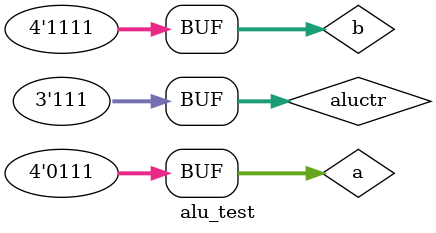
<source format=v>
`timescale 10ns / 1ps


module full_adder_t();
    reg a, b, cin;
    wire cout, s;
    
    full_adder test1(
        .a(a),
        .b(b),
        .cin(cin),
        .cout(cout),
        .s(s)
        );
    initial begin
        a=1'b0; b=1'b0; cin=1'b0; #10;
                        cin=1'b1; #10;
                b=1'b1; cin=1'b0; #10;
                        cin=1'b1; #10;
        a=1'b1; b=1'b0; cin=1'b0; #10;
                        cin=1'b1; #10;
                b=1'b1; cin=1'b0; #10;
                        cin=1'b1; #10;
    end
endmodule

module adder_4_t();
    reg [3:0] a;
    reg [3:0] b;
    reg cin;
    wire cout;
    wire [3:0] s;
    
    adder_4 test2(
        .a(a),
        .b(b),
        .cin(cin),
        .cout(cout),
        .s(s)
        );
    initial begin
        a=4'b0000; b=4'b0000; cin=1'b0; #10;
                        cin=1'b1; #10;
                b=4'b1001; cin=1'b0; #10;
                        cin=1'b1; #10;
        a=4'b1010; b=4'b1001; cin=1'b0; #10;
                        cin=1'b1; #10;
                b=4'b1100; cin=1'b0; #10;
                        cin=1'b1; #10;
    end
endmodule

module adder_8_test();
    reg [7:0] a;
    reg [7:0] b;
    wire [7:0] s;
    wire overflow;
    wire carry;
    
    adder_8 test3(
        .a(a),
        .b(b),
        .s(s),
        .overflow(overflow),
        .carry(carry)
        );
        
    initial begin
        a=8'b00000000; b=8'b00001010; #10;
                       b=8'b10101111; #10;
        a=8'b10100000; b=8'b00001010; #10
                       b=8'b10101111; #10;
        a=8'b11111111; b=8'b01010101; #10;
                       b=8'b11111111; #10;
    end
endmodule

module addsub_test();
    reg [31:0] a;
    reg [31:0] b;
    reg sub;
    wire [31:0] s;
    wire zero, carry, overflow;
    
    addsub test4(a, b, sub, s, zero, carry, overflow);
    initial begin
        sub=0; a=32; b=0; #10;
                     b=23; #10;
               a=1023; b=0; #10;
                       b=23; #10;
        sub=1; a=32; b=0; #10;
               a=0; b=32; #10;
               a=0; b=-2147483648; #10;
               a=-3; b=-2147483648; #10;
     end
endmodule

module alu_test();
    reg [3:0] a;
    reg [3:0] b;
    reg [2:0] aluctr;
    wire [6:0] s;
    wire zero, carry, overflow;
    
    alu test5(a, b, aluctr, s, zero, carry, overflow);
    
    initial begin
        aluctr = 3'b000; a = 4; b = 3; #10;
        aluctr = 3'b001; a = 4; b = 3; #10;
        aluctr = 3'b010; a = 10; b = 3; #10;
        aluctr = 3'b011; a = 4; b = 3; #10;
        aluctr = 3'b100; a = 4; b = 3; #10;
        aluctr = 3'b101; a = 4; b = 3; #10;
        aluctr = 3'b110; a = 4; b = 3; #10;
        aluctr = 3'b111; a = 4; b = 3; #10;
                         a = 7; b = 15; #10;
    end
endmodule

    /*task check;
        input [3:0] results; 
        input resultof, resultc, resultz; 
        begin
            if(s!=results) begin 
                $display("Error:x=%h,y=%h,ctrl=%b,s should be %h, get %h", inputa, inputb, inputaluop, results, s);
            end
        end
    endtask*/

</source>
